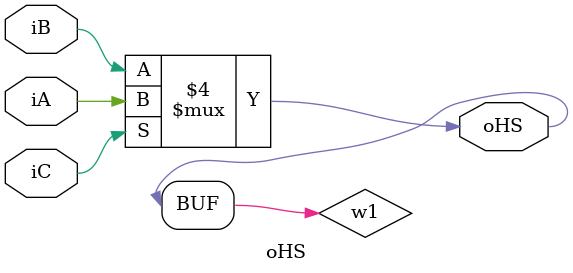
<source format=v>
`timescale 1ns / 1ps
module oHS(
    input wire iA,iB,iC,
     output wire oHS
    );
    
    reg w1;
    always @(*)
    begin
        if(iC==1)
            w1=iA;
        else 
            w1=iB;
     end 
     assign  oHS = w1;
endmodule

</source>
